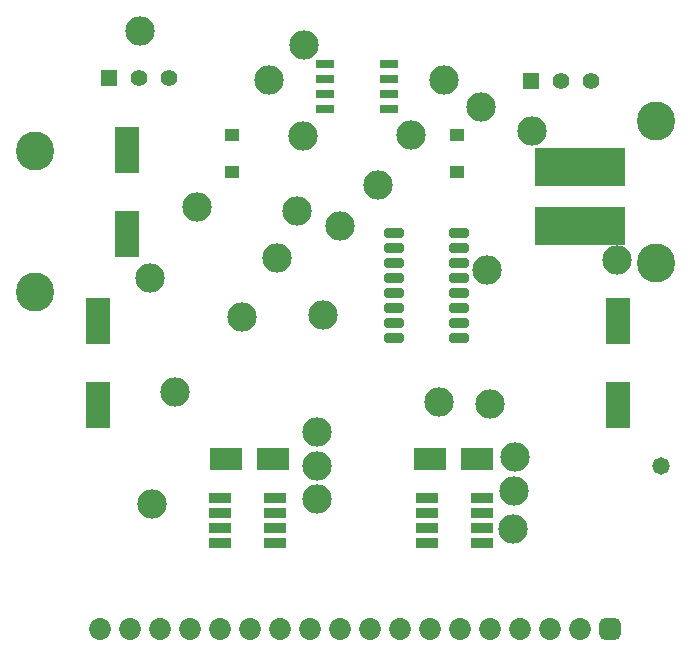
<source format=gbr>
%TF.GenerationSoftware,Altium Limited,Altium Designer,24.3.1 (35)*%
G04 Layer_Color=8388736*
%FSLAX43Y43*%
%MOMM*%
%TF.SameCoordinates,9DAA59CA-406A-4E62-98C5-13318CB5E6F2*%
%TF.FilePolarity,Negative*%
%TF.FileFunction,Soldermask,Top*%
%TF.Part,Single*%
G01*
G75*
%TA.AperFunction,SMDPad,CuDef*%
%ADD11R,2.000X4.000*%
G04:AMPARAMS|DCode=12|XSize=1.55mm|YSize=0.6mm|CornerRadius=0.051mm|HoleSize=0mm|Usage=FLASHONLY|Rotation=180.000|XOffset=0mm|YOffset=0mm|HoleType=Round|Shape=RoundedRectangle|*
%AMROUNDEDRECTD12*
21,1,1.550,0.498,0,0,180.0*
21,1,1.448,0.600,0,0,180.0*
1,1,0.102,-0.724,0.249*
1,1,0.102,0.724,0.249*
1,1,0.102,0.724,-0.249*
1,1,0.102,-0.724,-0.249*
%
%ADD12ROUNDEDRECTD12*%
%TA.AperFunction,ComponentPad*%
%ADD24C,1.400*%
%ADD25R,1.400X1.400*%
%ADD49O,3.203X3.303*%
%ADD50C,2.489*%
%ADD51C,1.853*%
G04:AMPARAMS|DCode=52|XSize=1.853mm|YSize=1.853mm|CornerRadius=0.514mm|HoleSize=0mm|Usage=FLASHONLY|Rotation=0.000|XOffset=0mm|YOffset=0mm|HoleType=Round|Shape=RoundedRectangle|*
%AMROUNDEDRECTD52*
21,1,1.853,0.825,0,0,0.0*
21,1,0.825,1.853,0,0,0.0*
1,1,1.028,0.413,-0.413*
1,1,1.028,-0.413,-0.413*
1,1,1.028,-0.413,0.413*
1,1,1.028,0.413,0.413*
%
%ADD52ROUNDEDRECTD52*%
%TA.AperFunction,ViaPad*%
%ADD53C,1.473*%
%TA.AperFunction,SMDPad,CuDef*%
%ADD61R,7.703X3.203*%
G04:AMPARAMS|DCode=62|XSize=0.803mm|YSize=1.653mm|CornerRadius=0.153mm|HoleSize=0mm|Usage=FLASHONLY|Rotation=90.000|XOffset=0mm|YOffset=0mm|HoleType=Round|Shape=RoundedRectangle|*
%AMROUNDEDRECTD62*
21,1,0.803,1.348,0,0,90.0*
21,1,0.498,1.653,0,0,90.0*
1,1,0.305,0.674,0.249*
1,1,0.305,0.674,-0.249*
1,1,0.305,-0.674,-0.249*
1,1,0.305,-0.674,0.249*
%
%ADD62ROUNDEDRECTD62*%
%ADD63R,1.983X0.923*%
%ADD64R,2.703X1.903*%
%ADD65R,1.153X1.103*%
D11*
X10490Y35877D02*
D03*
Y42977D02*
D03*
X52000Y28550D02*
D03*
Y21450D02*
D03*
X8000D02*
D03*
Y28550D02*
D03*
D12*
X32621Y46431D02*
D03*
Y47701D02*
D03*
Y48971D02*
D03*
Y50241D02*
D03*
X27221D02*
D03*
Y48971D02*
D03*
Y47701D02*
D03*
Y46431D02*
D03*
D24*
X49728Y48844D02*
D03*
X47188D02*
D03*
X14016Y49073D02*
D03*
X11476D02*
D03*
D25*
X44648Y48844D02*
D03*
X8936Y49073D02*
D03*
D49*
X55245Y45446D02*
D03*
Y33446D02*
D03*
X2692Y30957D02*
D03*
Y42957D02*
D03*
D50*
X31674Y40030D02*
D03*
X44729Y44628D02*
D03*
X11532Y53111D02*
D03*
X14529Y22479D02*
D03*
X12573Y13056D02*
D03*
X43131Y10922D02*
D03*
X26500Y16205D02*
D03*
X43261Y16967D02*
D03*
X51968Y33655D02*
D03*
X43236Y14097D02*
D03*
X41199Y21468D02*
D03*
X36890Y21637D02*
D03*
X26500Y13462D02*
D03*
Y19152D02*
D03*
X25348Y44221D02*
D03*
X25470Y51873D02*
D03*
X22479Y48946D02*
D03*
X34519Y44272D02*
D03*
X37287Y48946D02*
D03*
X40386Y46660D02*
D03*
X40945Y32868D02*
D03*
X27076Y29032D02*
D03*
X20168Y28854D02*
D03*
X28499Y36551D02*
D03*
X24816Y37795D02*
D03*
X23190Y33858D02*
D03*
X16358Y38176D02*
D03*
X12421Y32188D02*
D03*
D51*
X15748Y2413D02*
D03*
X18288D02*
D03*
X20828D02*
D03*
X23368D02*
D03*
X25908D02*
D03*
X28448D02*
D03*
X30988D02*
D03*
X33528D02*
D03*
X36068D02*
D03*
X46228D02*
D03*
X48768D02*
D03*
X43688D02*
D03*
X41148D02*
D03*
X38608D02*
D03*
X13208D02*
D03*
X10668D02*
D03*
X8128D02*
D03*
D52*
X51308D02*
D03*
D53*
X55626Y16205D02*
D03*
D61*
X48768Y41525D02*
D03*
Y36525D02*
D03*
D62*
X38539Y27051D02*
D03*
Y28321D02*
D03*
Y29591D02*
D03*
Y30861D02*
D03*
Y32131D02*
D03*
Y33401D02*
D03*
Y34671D02*
D03*
Y35941D02*
D03*
X33089Y27051D02*
D03*
Y28321D02*
D03*
Y29591D02*
D03*
Y30861D02*
D03*
Y32131D02*
D03*
Y33401D02*
D03*
Y34671D02*
D03*
Y35941D02*
D03*
D63*
X18285Y13513D02*
D03*
Y12243D02*
D03*
Y10973D02*
D03*
Y9703D02*
D03*
X22965Y13513D02*
D03*
Y12243D02*
D03*
Y10973D02*
D03*
Y9703D02*
D03*
X40542D02*
D03*
Y10973D02*
D03*
Y12243D02*
D03*
Y13513D02*
D03*
X35862Y9703D02*
D03*
Y10973D02*
D03*
Y12243D02*
D03*
Y13513D02*
D03*
D64*
X40075Y16815D02*
D03*
X36075D02*
D03*
X18803Y16840D02*
D03*
X22803D02*
D03*
D65*
X19380Y41097D02*
D03*
X19380Y44247D02*
D03*
X38354Y41122D02*
D03*
X38354Y44272D02*
D03*
%TF.MD5,c7e916ef7ce2cdee70bd9623573e53a4*%
M02*

</source>
